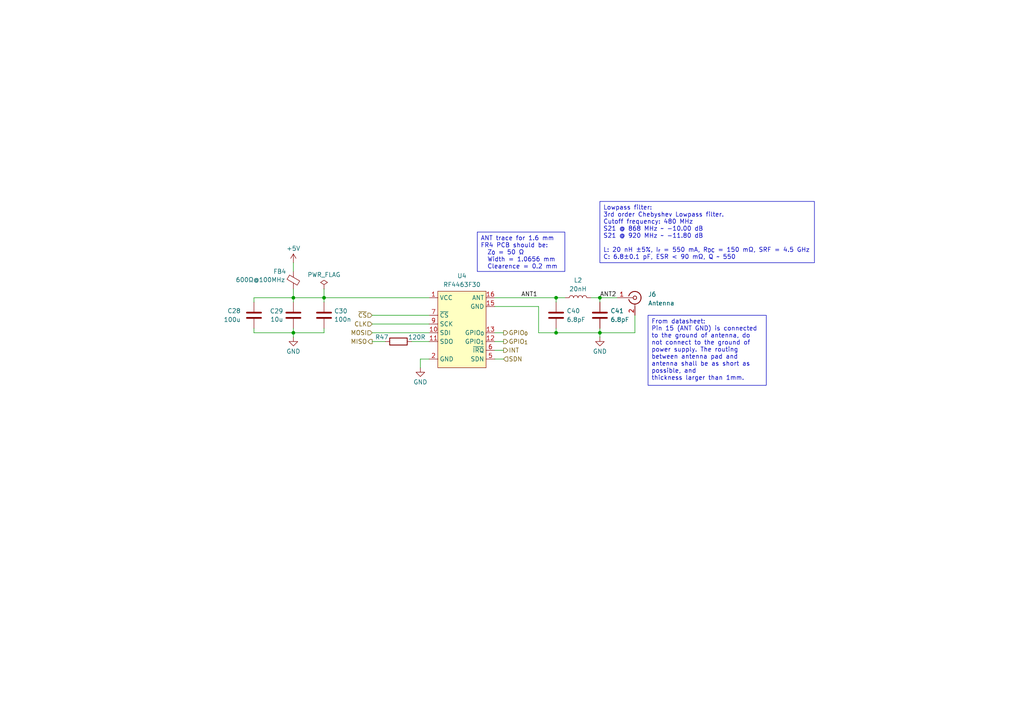
<source format=kicad_sch>
(kicad_sch (version 20250114) (generator "eeschema") (generator_version "9.0")
  (paper "A4")
  (title_block (title "NPR – Radio") (date "2025-06-13") (rev "B") (company "µArt.cz") (comment 1 "Vlastimil Slinták (OK5VAS)"))
  (lib_symbols
    (symbol "Connector:Conn_Coaxial" (pin_names (offset 1.016) (hide yes))
      (property "Reference" "J" (at 0.254 3.048 0))
      (property "Value" "Conn_Coaxial" (at 2.921 0 90))
      (symbol "Conn_Coaxial_0_1"
        (polyline (pts (xy -2.54 0) (xy -0.508 0)))
        (arc (start 1.778 0) (mid 0.222 -1.8079) (end -1.778 -0.508) (stroke (width 0.254)))
        (arc (start -1.778 0.508) (mid 0.2221 1.8084) (end 1.778 0) (stroke (width 0.254)))
        (circle (center 0 0) (radius 0.508) (stroke (width 0.2032)))
        (polyline (pts (xy 0 -2.54) (xy 0 -1.778)))
      )
      (symbol "Conn_Coaxial_1_1"
        (pin passive line (at -5.08 0 0) (length 2.54) (name "In") (number "1"))
        (pin passive line (at 0 -5.08 90) (length 2.54) (name "Ext") (number "2"))
      )
    )
    (symbol "Device:C" (pin_numbers (hide yes)) (pin_names (offset 0.254))
      (property "Reference" "C" (at 0.635 2.54 0))
      (property "Value" "C" (at 0.635 -2.54 0))
      (symbol "C_0_1"
        (polyline (pts (xy -2.032 0.762) (xy 2.032 0.762)) (stroke (width 0.508)))
        (polyline (pts (xy -2.032 -0.762) (xy 2.032 -0.762)) (stroke (width 0.508)))
      )
      (symbol "C_1_1"
        (pin passive line (at 0 3.81 270) (length 2.794) (name "~") (number "1"))
        (pin passive line (at 0 -3.81 90) (length 2.794) (name "~") (number "2"))
      )
    )
    (symbol "Device:FerriteBead_Small" (pin_numbers (hide yes)) (pin_names (offset 0))
      (property "Reference" "FB" (at 1.905 1.27 0))
      (property "Value" "FerriteBead_Small" (at 1.905 -1.27 0))
      (symbol "FerriteBead_Small_0_1"
        (polyline (pts (xy -1.8288 0.2794) (xy -1.1176 1.4986) (xy 1.8288 -0.2032) (xy 1.1176 -1.4224) (xy -1.8288 0.2794)))
        (polyline (pts (xy 0 0.889) (xy 0 1.2954)))
        (polyline (pts (xy 0 -1.27) (xy 0 -0.7874)))
      )
      (symbol "FerriteBead_Small_1_1"
        (pin passive line (at 0 2.54 270) (length 1.27) (name "~") (number "1"))
        (pin passive line (at 0 -2.54 90) (length 1.27) (name "~") (number "2"))
      )
    )
    (symbol "Device:L" (pin_numbers (hide yes)) (pin_names (offset 1.016) (hide yes))
      (property "Reference" "L" (at -1.27 0 90))
      (property "Value" "L" (at 1.905 0 90))
      (symbol "L_0_1"
        (arc (start 0 2.54) (mid 0.6323 1.905) (end 0 1.27))
        (arc (start 0 1.27) (mid 0.6323 0.635) (end 0 0))
        (arc (start 0 0) (mid 0.6323 -0.635) (end 0 -1.27))
        (arc (start 0 -1.27) (mid 0.6323 -1.905) (end 0 -2.54))
      )
      (symbol "L_1_1"
        (pin passive line (at 0 3.81 270) (length 1.27) (name "1") (number "1"))
        (pin passive line (at 0 -3.81 90) (length 1.27) (name "2") (number "2"))
      )
    )
    (symbol "Device:R" (pin_numbers (hide yes)) (pin_names (offset 0))
      (property "Reference" "R" (at 2.032 0 90))
      (property "Value" "R" (at 0 0 90))
      (symbol "R_0_1"
        (rectangle (start -1.016 -2.54) (end 1.016 2.54) (stroke (width 0.254)))
      )
      (symbol "R_1_1"
        (pin passive line (at 0 3.81 270) (length 1.27) (name "~") (number "1"))
        (pin passive line (at 0 -3.81 90) (length 1.27) (name "~") (number "2"))
      )
    )
    (symbol "Parts:RF4463F30"
      (property "Reference" "U" (at 3.302 3.556 0))
      (property "Value" "RF4463F30" (at 7.62 -21.082 0))
      (symbol "RF4463F30_1_1"
        (rectangle (start 2.54 1.905) (end 16.51 -20.32) (fill (type background)))
        (pin power_in line (at 0 0 0) (length 2.54) (name "VCC") (number "1"))
        (pin input line (at 0 -5.08 0) (length 2.54) (name "~{CS}") (number "7"))
        (pin input line (at 0 -7.62 0) (length 2.54) (name "SCK") (number "9"))
        (pin input line (at 0 -10.16 0) (length 2.54) (name "SDI") (number "10"))
        (pin output line (at 0 -12.7 0) (length 2.54) (name "SDO") (number "11"))
        (pin power_in line (at 0 -17.78 0) (length 2.54) (name "GND") (number "2"))
        (pin power_in line (at 0 -17.78 0) (length 2.54) (hide yes) (name "GND") (number "8"))
        (pin free line (at 7.62 -22.86 90) (length 2.54) (hide yes) (name "NC") (number "4"))
        (pin free line (at 8.89 -22.86 90) (length 2.54) (hide yes) (name "NC") (number "3"))
        (pin free line (at 10.16 -22.86 90) (length 2.54) (hide yes) (name "NC") (number "14"))
        (pin output line (at 19.05 0 180) (length 2.54) (name "ANT") (number "16"))
        (pin power_in line (at 19.05 -2.54 180) (length 2.54) (name "GND") (number "15"))
        (pin bidirectional line (at 19.05 -10.16 180) (length 2.54) (name "GPIO_{0}") (number "13"))
        (pin bidirectional line (at 19.05 -12.7 180) (length 2.54) (name "GPIO_{1}") (number "12"))
        (pin output line (at 19.05 -15.24 180) (length 2.54) (name "~{IRQ}") (number "6"))
        (pin input line (at 19.05 -17.78 180) (length 2.54) (name "SDN") (number "5"))
      )
    )
    (symbol "power:+5V" (power) (pin_numbers (hide yes)) (pin_names (offset 0) (hide yes))
      (property "Value" "+5V" (at 0 3.556 0))
      (symbol "+5V_0_1"
        (polyline (pts (xy -0.762 1.27) (xy 0 2.54)))
        (polyline (pts (xy 0 2.54) (xy 0.762 1.27)))
        (polyline (pts (xy 0 0) (xy 0 2.54)))
      )
      (symbol "+5V_1_1"
        (pin power_in line (at 0 0 90) (length 0) (name "~") (number "1"))
      )
    )
    (symbol "power:GND" (power) (pin_numbers (hide yes)) (pin_names (offset 0) (hide yes))
      (property "Value" "GND" (at 0 -3.81 0))
      (symbol "GND_0_1"
        (polyline (pts (xy 0 0) (xy 0 -1.27) (xy 1.27 -1.27) (xy 0 -2.54) (xy -1.27 -1.27) (xy 0 -1.27)))
      )
      (symbol "GND_1_1"
        (pin power_in line (at 0 0 270) (length 0) (name "~") (number "1"))
      )
    )
    (symbol "power:PWR_FLAG" (power) (pin_numbers (hide yes)) (pin_names (offset 0) (hide yes))
      (property "Value" "PWR_FLAG" (at 0 3.81 0))
      (symbol "PWR_FLAG_0_0"
        (pin power_out line (at 0 0 90) (length 0) (name "~") (number "1"))
      )
      (symbol "PWR_FLAG_0_1"
        (polyline (pts (xy 0 0) (xy 0 1.27) (xy -1.016 1.905) (xy 0 2.54) (xy 1.016 1.905) (xy 0 1.27)))
      )
    )
  )
  (text_box "Lowpass filter:\n3rd order Chebyshev Lowpass filter.\nCutoff frequency: 480 MHz\nS21 @ 868 MHz ~ -10.00 dB\nS21 @ 920 MHz ~ -11.80 dB\n\nL: 20 nH ±5%, I_{r} = 550 mA, R_{DC} = 150 mΩ, SRF = 4.5 GHz\nC: 6.8±0.1 pF, ESR < 90 mΩ, Q ~ 550" (at 173.99 58.42 0) (size 62.23 17.78) (margins 0.9525 0.9525 0.9525 0.9525) (effects (font (size 1.27 1.27)) (justify left top)))
  (text_box "From datasheet:\nPin 15 (ANT GND) is connected to the ground of antenna, do not connect to the ground of\npower supply. The routing between antenna pad and antenna shall be as short as possible, and\nthickness larger than 1mm." (at 187.96 91.44 0) (size 34.29 20.32) (margins 0.9525 0.9525 0.9525 0.9525) (effects (font (size 1.27 1.27)) (justify left top)))
  (text_box "ANT trace for 1.6 mm FR4 PCB should be:\n  Z_{0} = 50 Ω\n  Width = 1.0656 mm\n  Clearence = 0.2 mm\n" (at 138.43 67.31 0) (size 25.4 11.43) (margins 0.9525 0.9525 0.9525 0.9525) (effects (font (size 1.27 1.27)) (justify left top)))
  (junction (at 93.98 86.36))
  (junction (at 85.09 96.52))
  (junction (at 161.29 86.36))
  (junction (at 161.29 96.52))
  (junction (at 85.09 86.36))
  (junction (at 173.99 96.52))
  (junction (at 173.99 86.36))
  (wire (pts (xy 161.29 95.25) (xy 161.29 96.52)))
  (wire (pts (xy 161.29 86.36) (xy 163.83 86.36)))
  (wire (pts (xy 107.95 99.06) (xy 111.76 99.06)))
  (wire (pts (xy 143.51 88.9) (xy 156.21 88.9)))
  (wire (pts (xy 85.09 86.36) (xy 85.09 87.63)))
  (wire (pts (xy 107.95 96.52) (xy 124.46 96.52)))
  (wire (pts (xy 93.98 95.25) (xy 93.98 96.52)))
  (wire (pts (xy 156.21 96.52) (xy 161.29 96.52)))
  (wire (pts (xy 173.99 86.36) (xy 179.07 86.36)))
  (wire (pts (xy 173.99 96.52) (xy 184.15 96.52)))
  (wire (pts (xy 171.45 86.36) (xy 173.99 86.36)))
  (wire (pts (xy 119.38 99.06) (xy 124.46 99.06)))
  (wire (pts (xy 173.99 86.36) (xy 173.99 87.63)))
  (wire (pts (xy 161.29 86.36) (xy 161.29 87.63)))
  (wire (pts (xy 143.51 96.52) (xy 146.05 96.52)))
  (wire (pts (xy 173.99 96.52) (xy 173.99 95.25)))
  (wire (pts (xy 73.66 96.52) (xy 73.66 95.25)))
  (wire (pts (xy 156.21 88.9) (xy 156.21 96.52)))
  (wire (pts (xy 107.95 93.98) (xy 124.46 93.98)))
  (wire (pts (xy 121.92 104.14) (xy 121.92 106.68)))
  (wire (pts (xy 85.09 83.82) (xy 85.09 86.36)))
  (wire (pts (xy 143.51 104.14) (xy 146.05 104.14)))
  (wire (pts (xy 161.29 96.52) (xy 173.99 96.52)))
  (wire (pts (xy 93.98 86.36) (xy 124.46 86.36)))
  (wire (pts (xy 93.98 87.63) (xy 93.98 86.36)))
  (wire (pts (xy 143.51 86.36) (xy 161.29 86.36)))
  (wire (pts (xy 124.46 104.14) (xy 121.92 104.14)))
  (wire (pts (xy 85.09 96.52) (xy 93.98 96.52)))
  (wire (pts (xy 173.99 96.52) (xy 173.99 97.79)))
  (wire (pts (xy 143.51 101.6) (xy 146.05 101.6)))
  (wire (pts (xy 73.66 86.36) (xy 85.09 86.36)))
  (wire (pts (xy 143.51 99.06) (xy 146.05 99.06)))
  (wire (pts (xy 184.15 96.52) (xy 184.15 91.44)))
  (wire (pts (xy 85.09 96.52) (xy 85.09 97.79)))
  (wire (pts (xy 85.09 86.36) (xy 93.98 86.36)))
  (wire (pts (xy 107.95 91.44) (xy 124.46 91.44)))
  (wire (pts (xy 85.09 76.2) (xy 85.09 78.74)))
  (wire (pts (xy 73.66 86.36) (xy 73.66 87.63)))
  (wire (pts (xy 93.98 83.82) (xy 93.98 86.36)))
  (wire (pts (xy 85.09 96.52) (xy 73.66 96.52)))
  (wire (pts (xy 85.09 95.25) (xy 85.09 96.52)))
  (label "ANT2" (at 173.99 86.36 0))
  (label "ANT1" (at 151.13 86.36 0))
  (hierarchical_label "MISO" (shape output) (at 107.95 99.06 180))
  (hierarchical_label "SDN" (shape input) (at 146.05 104.14 0))
  (hierarchical_label "INT" (shape output) (at 146.05 101.6 0))
  (hierarchical_label "GPIO_{1}" (shape output) (at 146.05 99.06 0))
  (hierarchical_label "~{CS}" (shape input) (at 107.95 91.44 180))
  (hierarchical_label "MOSI" (shape input) (at 107.95 96.52 180))
  (hierarchical_label "CLK" (shape input) (at 107.95 93.98 180))
  (hierarchical_label "GPIO_{0}" (shape output) (at 146.05 96.52 0))
  (symbol (lib_id "Device:FerriteBead_Small") (at 85.09 81.28 0) (unit 1)
    (property "Reference" "FB4" (at 79.248 78.74 0) (effects (justify left)))
    (property "Value" "600Ω@100MHz" (at 68.326 81.1643 0) (effects (justify left)))
    (property "Footprint" "Inductor_SMD:L_0603_1608Metric" (effects (hide yes)))
    (property "Description" "Ferrite bead, small symbol" (effects (hide yes)))
    (property "LCSC" "C19330" (effects (hide yes)))
  )
  (symbol (lib_id "Connector:Conn_Coaxial") (at 184.15 86.36 0) (unit 1)
    (property "Reference" "J6" (at 187.96 85.3831 0) (effects (justify left)))
    (property "Value" "Antenna" (at 187.96 87.9231 0) (effects (justify left)))
    (property "Footprint" "Connector_Coaxial:SMA_Amphenol_901-143_Horizontal" (effects (hide yes)))
    (property "Description" "coaxial connector (BNC, SMA, SMB, SMC, Cinch/RCA, LEMO, ...)" (effects (hide yes)))
    (property "LCSC" "C411575" (effects (hide yes)))
  )
  (symbol (lib_id "Device:C") (at 161.29 91.44 0) (unit 1)
    (property "Reference" "C40" (at 164.338 90.17 0) (effects (justify left)))
    (property "Value" "6.8pF" (at 164.338 92.71 0) (effects (justify left)))
    (property "Footprint" "Capacitor_SMD:C_0402_1005Metric" (effects (hide yes)))
    (property "Description" "Unpolarized capacitor" (effects (hide yes)))
    (property "LCSC" "C88896" (effects (hide yes)))
  )
  (symbol (lib_id "Device:C") (at 93.98 91.44 0) (unit 1)
    (property "Reference" "C30" (at 96.901 90.2278 0) (effects (justify left)))
    (property "Value" "100n" (at 96.901 92.6521 0) (effects (justify left)))
    (property "Footprint" "Capacitor_SMD:C_0402_1005Metric" (effects (hide yes)))
    (property "Description" "Unpolarized capacitor" (effects (hide yes)))
    (property "LCSC" "C1525" (effects (hide yes)))
  )
  (symbol (lib_id "Device:C") (at 73.66 91.44 0) (mirror y) (unit 1)
    (property "Reference" "C28" (at 69.85 90.1699 0) (effects (justify left)))
    (property "Value" "100u" (at 69.85 92.7099 0) (effects (justify left)))
    (property "Footprint" "Capacitor_SMD:C_1206_3216Metric" (effects (hide yes)))
    (property "Description" "Unpolarized capacitor" (effects (hide yes)))
    (property "LCSC" "C15008" (effects (hide yes)))
  )
  (symbol (lib_id "Parts:RF4463F30") (at 124.46 86.36 0) (unit 1)
    (property "Reference" "U4" (at 133.985 80.01 0))
    (property "Value" "RF4463F30" (at 133.985 82.55 0))
    (property "Footprint" "Parts:RF4463F30" (effects (hide yes)))
    (property "Datasheet" "https://www.nicerf.com/fsk-front-end-module/1w-rf-module-rf4463f30.html" (effects (hide yes)))
    (property "Description" "1W Si4463 RF Module With Amplifier And LNA" (effects (hide yes)))
    (property "LCSC" "C5356658" (effects (hide yes)))
  )
  (symbol (lib_id "Device:R") (at 115.57 99.06 90) (mirror x) (unit 1)
    (property "Reference" "R47" (at 110.744 97.79 90))
    (property "Value" "120R" (at 120.904 97.79 90))
    (property "Footprint" "Resistor_SMD:R_0402_1005Metric" (effects (hide yes)))
    (property "Description" "Resistor" (effects (hide yes)))
    (property "LCSC" "C25079" (effects (hide yes)))
  )
  (symbol (lib_id "Device:C") (at 173.99 91.44 0) (unit 1)
    (property "Reference" "C41" (at 177.038 90.17 0) (effects (justify left)))
    (property "Value" "6.8pF" (at 177.038 92.71 0) (effects (justify left)))
    (property "Footprint" "Capacitor_SMD:C_0402_1005Metric" (effects (hide yes)))
    (property "Description" "Unpolarized capacitor" (effects (hide yes)))
    (property "LCSC" "C88896" (effects (hide yes)))
  )
  (symbol (lib_id "power:PWR_FLAG") (at 93.98 83.82 0) (unit 1)
    (property "Reference" "#FLG05" (effects (hide yes)))
    (property "Value" "PWR_FLAG" (at 93.98 79.6869 0))
    (property "Description" "Special symbol for telling ERC where power comes from" (effects (hide yes)))
  )
  (symbol (lib_id "power:GND") (at 173.99 97.79 0) (mirror y) (unit 1)
    (property "Reference" "#PWR033" (effects (hide yes)))
    (property "Value" "GND" (at 173.99 101.9231 0))
    (property "Description" "Power symbol creates a global label with name \"GND\" , ground" (effects (hide yes)))
  )
  (symbol (lib_id "power:+5V") (at 85.09 76.2 0) (unit 1)
    (property "Reference" "#PWR032" (effects (hide yes)))
    (property "Value" "+5V" (at 85.09 72.0669 0))
    (property "Description" "Power symbol creates a global label with name \"+5V\"" (effects (hide yes)))
  )
  (symbol (lib_id "Device:L") (at 167.64 86.36 90) (unit 1)
    (property "Reference" "L2" (at 167.64 81.28 90))
    (property "Value" "20nH" (at 167.64 83.82 90))
    (property "Footprint" "Inductor_SMD:L_0603_1608Metric" (effects (hide yes)))
    (property "Description" "Inductor" (effects (hide yes)))
    (property "LCSC" "C17702828" (effects (hide yes)))
  )
  (symbol (lib_id "power:GND") (at 121.92 106.68 0) (mirror y) (unit 1)
    (property "Reference" "#PWR035" (effects (hide yes)))
    (property "Value" "GND" (at 121.92 110.8131 0))
    (property "Description" "Power symbol creates a global label with name \"GND\" , ground" (effects (hide yes)))
  )
  (symbol (lib_id "Device:C") (at 85.09 91.44 0) (mirror y) (unit 1)
    (property "Reference" "C29" (at 82.169 90.2278 0) (effects (justify left)))
    (property "Value" "10u" (at 82.169 92.6521 0) (effects (justify left)))
    (property "Footprint" "Capacitor_SMD:C_0402_1005Metric" (effects (hide yes)))
    (property "Description" "Unpolarized capacitor" (effects (hide yes)))
    (property "LCSC" "C15525" (effects (hide yes)))
  )
  (symbol (lib_id "power:GND") (at 85.09 97.79 0) (mirror y) (unit 1)
    (property "Reference" "#PWR034" (effects (hide yes)))
    (property "Value" "GND" (at 85.09 101.9231 0))
    (property "Description" "Power symbol creates a global label with name \"GND\" , ground" (effects (hide yes)))
  )
)
</source>
